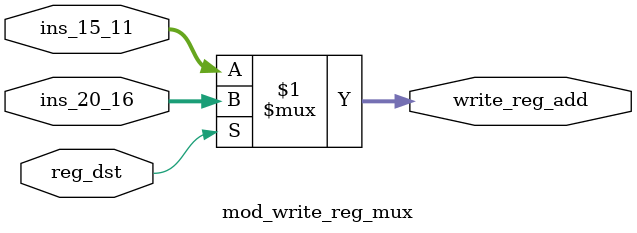
<source format=v>
module mod_write_reg_mux(input [4:0] ins_20_16,
                     input [4:0] ins_15_11,
                     input reg_dst,
                     output wire [4:0] write_reg_add);
assign write_reg_add=(reg_dst) ? ins_20_16:ins_15_11;
endmodule

</source>
